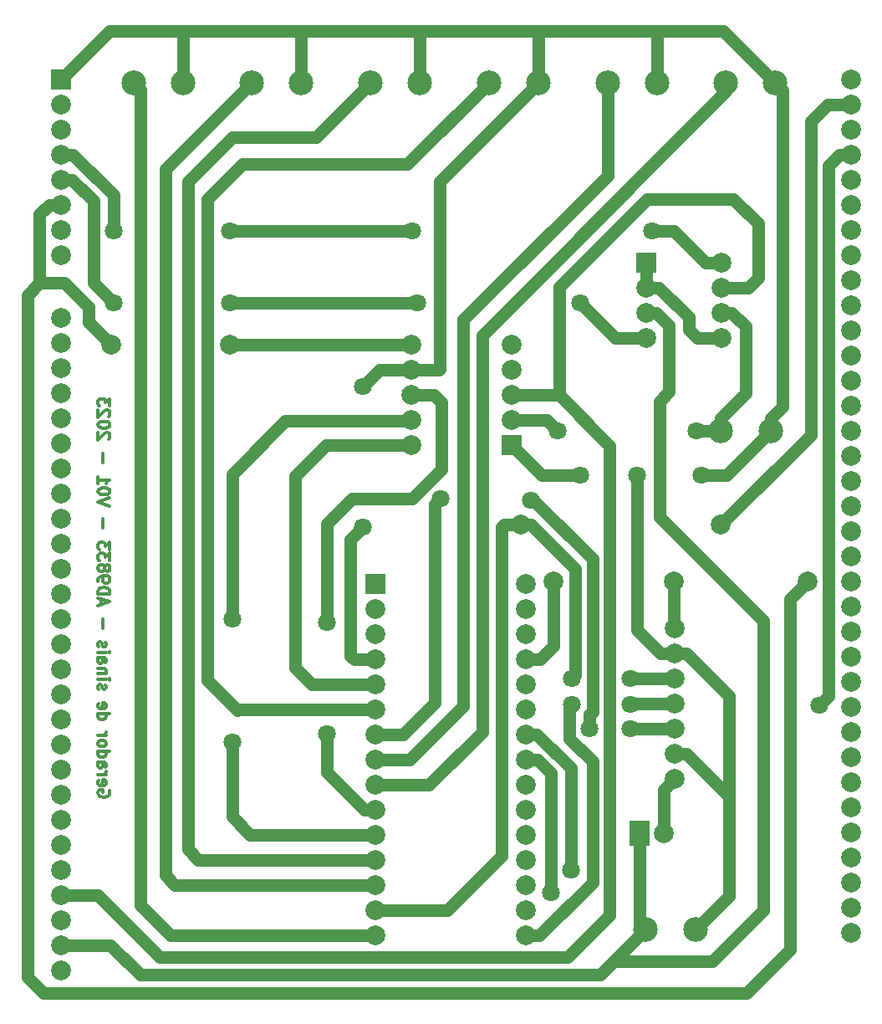
<source format=gbr>
%TF.GenerationSoftware,KiCad,Pcbnew,7.0.6-7.0.6~ubuntu22.04.1*%
%TF.CreationDate,2023-07-19T15:48:20-03:00*%
%TF.ProjectId,Gerador_sinais_AD9833,47657261-646f-4725-9f73-696e6169735f,v01*%
%TF.SameCoordinates,Original*%
%TF.FileFunction,Copper,L2,Bot*%
%TF.FilePolarity,Positive*%
%FSLAX46Y46*%
G04 Gerber Fmt 4.6, Leading zero omitted, Abs format (unit mm)*
G04 Created by KiCad (PCBNEW 7.0.6-7.0.6~ubuntu22.04.1) date 2023-07-19 15:48:20*
%MOMM*%
%LPD*%
G01*
G04 APERTURE LIST*
%ADD10C,0.300000*%
%TA.AperFunction,NonConductor*%
%ADD11C,0.300000*%
%TD*%
%TA.AperFunction,ComponentPad*%
%ADD12C,2.000000*%
%TD*%
%TA.AperFunction,ComponentPad*%
%ADD13R,2.000000X2.000000*%
%TD*%
%TA.AperFunction,ComponentPad*%
%ADD14C,2.500000*%
%TD*%
%TA.AperFunction,ComponentPad*%
%ADD15R,2.000000X2.500000*%
%TD*%
%TA.AperFunction,ViaPad*%
%ADD16C,1.800000*%
%TD*%
%TA.AperFunction,ViaPad*%
%ADD17C,2.000000*%
%TD*%
%TA.AperFunction,Conductor*%
%ADD18C,1.270000*%
%TD*%
G04 APERTURE END LIST*
D10*
D11*
X111555314Y-129138346D02*
X111612457Y-129252632D01*
X111612457Y-129252632D02*
X111612457Y-129424060D01*
X111612457Y-129424060D02*
X111555314Y-129595489D01*
X111555314Y-129595489D02*
X111441028Y-129709774D01*
X111441028Y-129709774D02*
X111326742Y-129766917D01*
X111326742Y-129766917D02*
X111098171Y-129824060D01*
X111098171Y-129824060D02*
X110926742Y-129824060D01*
X110926742Y-129824060D02*
X110698171Y-129766917D01*
X110698171Y-129766917D02*
X110583885Y-129709774D01*
X110583885Y-129709774D02*
X110469600Y-129595489D01*
X110469600Y-129595489D02*
X110412457Y-129424060D01*
X110412457Y-129424060D02*
X110412457Y-129309774D01*
X110412457Y-129309774D02*
X110469600Y-129138346D01*
X110469600Y-129138346D02*
X110526742Y-129081203D01*
X110526742Y-129081203D02*
X110926742Y-129081203D01*
X110926742Y-129081203D02*
X110926742Y-129309774D01*
X110469600Y-128109774D02*
X110412457Y-128224060D01*
X110412457Y-128224060D02*
X110412457Y-128452632D01*
X110412457Y-128452632D02*
X110469600Y-128566917D01*
X110469600Y-128566917D02*
X110583885Y-128624060D01*
X110583885Y-128624060D02*
X111041028Y-128624060D01*
X111041028Y-128624060D02*
X111155314Y-128566917D01*
X111155314Y-128566917D02*
X111212457Y-128452632D01*
X111212457Y-128452632D02*
X111212457Y-128224060D01*
X111212457Y-128224060D02*
X111155314Y-128109774D01*
X111155314Y-128109774D02*
X111041028Y-128052632D01*
X111041028Y-128052632D02*
X110926742Y-128052632D01*
X110926742Y-128052632D02*
X110812457Y-128624060D01*
X110412457Y-127538346D02*
X111212457Y-127538346D01*
X110983885Y-127538346D02*
X111098171Y-127481203D01*
X111098171Y-127481203D02*
X111155314Y-127424061D01*
X111155314Y-127424061D02*
X111212457Y-127309775D01*
X111212457Y-127309775D02*
X111212457Y-127195489D01*
X110412457Y-126281204D02*
X111041028Y-126281204D01*
X111041028Y-126281204D02*
X111155314Y-126338346D01*
X111155314Y-126338346D02*
X111212457Y-126452632D01*
X111212457Y-126452632D02*
X111212457Y-126681204D01*
X111212457Y-126681204D02*
X111155314Y-126795489D01*
X110469600Y-126281204D02*
X110412457Y-126395489D01*
X110412457Y-126395489D02*
X110412457Y-126681204D01*
X110412457Y-126681204D02*
X110469600Y-126795489D01*
X110469600Y-126795489D02*
X110583885Y-126852632D01*
X110583885Y-126852632D02*
X110698171Y-126852632D01*
X110698171Y-126852632D02*
X110812457Y-126795489D01*
X110812457Y-126795489D02*
X110869600Y-126681204D01*
X110869600Y-126681204D02*
X110869600Y-126395489D01*
X110869600Y-126395489D02*
X110926742Y-126281204D01*
X110412457Y-125195490D02*
X111612457Y-125195490D01*
X110469600Y-125195490D02*
X110412457Y-125309775D01*
X110412457Y-125309775D02*
X110412457Y-125538347D01*
X110412457Y-125538347D02*
X110469600Y-125652632D01*
X110469600Y-125652632D02*
X110526742Y-125709775D01*
X110526742Y-125709775D02*
X110641028Y-125766918D01*
X110641028Y-125766918D02*
X110983885Y-125766918D01*
X110983885Y-125766918D02*
X111098171Y-125709775D01*
X111098171Y-125709775D02*
X111155314Y-125652632D01*
X111155314Y-125652632D02*
X111212457Y-125538347D01*
X111212457Y-125538347D02*
X111212457Y-125309775D01*
X111212457Y-125309775D02*
X111155314Y-125195490D01*
X110412457Y-124452633D02*
X110469600Y-124566918D01*
X110469600Y-124566918D02*
X110526742Y-124624061D01*
X110526742Y-124624061D02*
X110641028Y-124681204D01*
X110641028Y-124681204D02*
X110983885Y-124681204D01*
X110983885Y-124681204D02*
X111098171Y-124624061D01*
X111098171Y-124624061D02*
X111155314Y-124566918D01*
X111155314Y-124566918D02*
X111212457Y-124452633D01*
X111212457Y-124452633D02*
X111212457Y-124281204D01*
X111212457Y-124281204D02*
X111155314Y-124166918D01*
X111155314Y-124166918D02*
X111098171Y-124109776D01*
X111098171Y-124109776D02*
X110983885Y-124052633D01*
X110983885Y-124052633D02*
X110641028Y-124052633D01*
X110641028Y-124052633D02*
X110526742Y-124109776D01*
X110526742Y-124109776D02*
X110469600Y-124166918D01*
X110469600Y-124166918D02*
X110412457Y-124281204D01*
X110412457Y-124281204D02*
X110412457Y-124452633D01*
X110412457Y-123538347D02*
X111212457Y-123538347D01*
X110983885Y-123538347D02*
X111098171Y-123481204D01*
X111098171Y-123481204D02*
X111155314Y-123424062D01*
X111155314Y-123424062D02*
X111212457Y-123309776D01*
X111212457Y-123309776D02*
X111212457Y-123195490D01*
X110412457Y-121366919D02*
X111612457Y-121366919D01*
X110469600Y-121366919D02*
X110412457Y-121481204D01*
X110412457Y-121481204D02*
X110412457Y-121709776D01*
X110412457Y-121709776D02*
X110469600Y-121824061D01*
X110469600Y-121824061D02*
X110526742Y-121881204D01*
X110526742Y-121881204D02*
X110641028Y-121938347D01*
X110641028Y-121938347D02*
X110983885Y-121938347D01*
X110983885Y-121938347D02*
X111098171Y-121881204D01*
X111098171Y-121881204D02*
X111155314Y-121824061D01*
X111155314Y-121824061D02*
X111212457Y-121709776D01*
X111212457Y-121709776D02*
X111212457Y-121481204D01*
X111212457Y-121481204D02*
X111155314Y-121366919D01*
X110469600Y-120338347D02*
X110412457Y-120452633D01*
X110412457Y-120452633D02*
X110412457Y-120681205D01*
X110412457Y-120681205D02*
X110469600Y-120795490D01*
X110469600Y-120795490D02*
X110583885Y-120852633D01*
X110583885Y-120852633D02*
X111041028Y-120852633D01*
X111041028Y-120852633D02*
X111155314Y-120795490D01*
X111155314Y-120795490D02*
X111212457Y-120681205D01*
X111212457Y-120681205D02*
X111212457Y-120452633D01*
X111212457Y-120452633D02*
X111155314Y-120338347D01*
X111155314Y-120338347D02*
X111041028Y-120281205D01*
X111041028Y-120281205D02*
X110926742Y-120281205D01*
X110926742Y-120281205D02*
X110812457Y-120852633D01*
X110469600Y-118909776D02*
X110412457Y-118795490D01*
X110412457Y-118795490D02*
X110412457Y-118566919D01*
X110412457Y-118566919D02*
X110469600Y-118452633D01*
X110469600Y-118452633D02*
X110583885Y-118395490D01*
X110583885Y-118395490D02*
X110641028Y-118395490D01*
X110641028Y-118395490D02*
X110755314Y-118452633D01*
X110755314Y-118452633D02*
X110812457Y-118566919D01*
X110812457Y-118566919D02*
X110812457Y-118738348D01*
X110812457Y-118738348D02*
X110869600Y-118852633D01*
X110869600Y-118852633D02*
X110983885Y-118909776D01*
X110983885Y-118909776D02*
X111041028Y-118909776D01*
X111041028Y-118909776D02*
X111155314Y-118852633D01*
X111155314Y-118852633D02*
X111212457Y-118738348D01*
X111212457Y-118738348D02*
X111212457Y-118566919D01*
X111212457Y-118566919D02*
X111155314Y-118452633D01*
X110412457Y-117881204D02*
X111212457Y-117881204D01*
X111612457Y-117881204D02*
X111555314Y-117938347D01*
X111555314Y-117938347D02*
X111498171Y-117881204D01*
X111498171Y-117881204D02*
X111555314Y-117824061D01*
X111555314Y-117824061D02*
X111612457Y-117881204D01*
X111612457Y-117881204D02*
X111498171Y-117881204D01*
X111212457Y-117309775D02*
X110412457Y-117309775D01*
X111098171Y-117309775D02*
X111155314Y-117252632D01*
X111155314Y-117252632D02*
X111212457Y-117138347D01*
X111212457Y-117138347D02*
X111212457Y-116966918D01*
X111212457Y-116966918D02*
X111155314Y-116852632D01*
X111155314Y-116852632D02*
X111041028Y-116795490D01*
X111041028Y-116795490D02*
X110412457Y-116795490D01*
X110412457Y-115709776D02*
X111041028Y-115709776D01*
X111041028Y-115709776D02*
X111155314Y-115766918D01*
X111155314Y-115766918D02*
X111212457Y-115881204D01*
X111212457Y-115881204D02*
X111212457Y-116109776D01*
X111212457Y-116109776D02*
X111155314Y-116224061D01*
X110469600Y-115709776D02*
X110412457Y-115824061D01*
X110412457Y-115824061D02*
X110412457Y-116109776D01*
X110412457Y-116109776D02*
X110469600Y-116224061D01*
X110469600Y-116224061D02*
X110583885Y-116281204D01*
X110583885Y-116281204D02*
X110698171Y-116281204D01*
X110698171Y-116281204D02*
X110812457Y-116224061D01*
X110812457Y-116224061D02*
X110869600Y-116109776D01*
X110869600Y-116109776D02*
X110869600Y-115824061D01*
X110869600Y-115824061D02*
X110926742Y-115709776D01*
X110412457Y-115138347D02*
X111212457Y-115138347D01*
X111612457Y-115138347D02*
X111555314Y-115195490D01*
X111555314Y-115195490D02*
X111498171Y-115138347D01*
X111498171Y-115138347D02*
X111555314Y-115081204D01*
X111555314Y-115081204D02*
X111612457Y-115138347D01*
X111612457Y-115138347D02*
X111498171Y-115138347D01*
X110469600Y-114624061D02*
X110412457Y-114509775D01*
X110412457Y-114509775D02*
X110412457Y-114281204D01*
X110412457Y-114281204D02*
X110469600Y-114166918D01*
X110469600Y-114166918D02*
X110583885Y-114109775D01*
X110583885Y-114109775D02*
X110641028Y-114109775D01*
X110641028Y-114109775D02*
X110755314Y-114166918D01*
X110755314Y-114166918D02*
X110812457Y-114281204D01*
X110812457Y-114281204D02*
X110812457Y-114452633D01*
X110812457Y-114452633D02*
X110869600Y-114566918D01*
X110869600Y-114566918D02*
X110983885Y-114624061D01*
X110983885Y-114624061D02*
X111041028Y-114624061D01*
X111041028Y-114624061D02*
X111155314Y-114566918D01*
X111155314Y-114566918D02*
X111212457Y-114452633D01*
X111212457Y-114452633D02*
X111212457Y-114281204D01*
X111212457Y-114281204D02*
X111155314Y-114166918D01*
X110869600Y-112681203D02*
X110869600Y-111766918D01*
X110755314Y-110338346D02*
X110755314Y-109766918D01*
X110412457Y-110452632D02*
X111612457Y-110052632D01*
X111612457Y-110052632D02*
X110412457Y-109652632D01*
X110412457Y-109252632D02*
X111612457Y-109252632D01*
X111612457Y-109252632D02*
X111612457Y-108966918D01*
X111612457Y-108966918D02*
X111555314Y-108795489D01*
X111555314Y-108795489D02*
X111441028Y-108681204D01*
X111441028Y-108681204D02*
X111326742Y-108624061D01*
X111326742Y-108624061D02*
X111098171Y-108566918D01*
X111098171Y-108566918D02*
X110926742Y-108566918D01*
X110926742Y-108566918D02*
X110698171Y-108624061D01*
X110698171Y-108624061D02*
X110583885Y-108681204D01*
X110583885Y-108681204D02*
X110469600Y-108795489D01*
X110469600Y-108795489D02*
X110412457Y-108966918D01*
X110412457Y-108966918D02*
X110412457Y-109252632D01*
X110412457Y-107995489D02*
X110412457Y-107766918D01*
X110412457Y-107766918D02*
X110469600Y-107652632D01*
X110469600Y-107652632D02*
X110526742Y-107595489D01*
X110526742Y-107595489D02*
X110698171Y-107481204D01*
X110698171Y-107481204D02*
X110926742Y-107424061D01*
X110926742Y-107424061D02*
X111383885Y-107424061D01*
X111383885Y-107424061D02*
X111498171Y-107481204D01*
X111498171Y-107481204D02*
X111555314Y-107538347D01*
X111555314Y-107538347D02*
X111612457Y-107652632D01*
X111612457Y-107652632D02*
X111612457Y-107881204D01*
X111612457Y-107881204D02*
X111555314Y-107995489D01*
X111555314Y-107995489D02*
X111498171Y-108052632D01*
X111498171Y-108052632D02*
X111383885Y-108109775D01*
X111383885Y-108109775D02*
X111098171Y-108109775D01*
X111098171Y-108109775D02*
X110983885Y-108052632D01*
X110983885Y-108052632D02*
X110926742Y-107995489D01*
X110926742Y-107995489D02*
X110869600Y-107881204D01*
X110869600Y-107881204D02*
X110869600Y-107652632D01*
X110869600Y-107652632D02*
X110926742Y-107538347D01*
X110926742Y-107538347D02*
X110983885Y-107481204D01*
X110983885Y-107481204D02*
X111098171Y-107424061D01*
X111098171Y-106738347D02*
X111155314Y-106852632D01*
X111155314Y-106852632D02*
X111212457Y-106909775D01*
X111212457Y-106909775D02*
X111326742Y-106966918D01*
X111326742Y-106966918D02*
X111383885Y-106966918D01*
X111383885Y-106966918D02*
X111498171Y-106909775D01*
X111498171Y-106909775D02*
X111555314Y-106852632D01*
X111555314Y-106852632D02*
X111612457Y-106738347D01*
X111612457Y-106738347D02*
X111612457Y-106509775D01*
X111612457Y-106509775D02*
X111555314Y-106395490D01*
X111555314Y-106395490D02*
X111498171Y-106338347D01*
X111498171Y-106338347D02*
X111383885Y-106281204D01*
X111383885Y-106281204D02*
X111326742Y-106281204D01*
X111326742Y-106281204D02*
X111212457Y-106338347D01*
X111212457Y-106338347D02*
X111155314Y-106395490D01*
X111155314Y-106395490D02*
X111098171Y-106509775D01*
X111098171Y-106509775D02*
X111098171Y-106738347D01*
X111098171Y-106738347D02*
X111041028Y-106852632D01*
X111041028Y-106852632D02*
X110983885Y-106909775D01*
X110983885Y-106909775D02*
X110869600Y-106966918D01*
X110869600Y-106966918D02*
X110641028Y-106966918D01*
X110641028Y-106966918D02*
X110526742Y-106909775D01*
X110526742Y-106909775D02*
X110469600Y-106852632D01*
X110469600Y-106852632D02*
X110412457Y-106738347D01*
X110412457Y-106738347D02*
X110412457Y-106509775D01*
X110412457Y-106509775D02*
X110469600Y-106395490D01*
X110469600Y-106395490D02*
X110526742Y-106338347D01*
X110526742Y-106338347D02*
X110641028Y-106281204D01*
X110641028Y-106281204D02*
X110869600Y-106281204D01*
X110869600Y-106281204D02*
X110983885Y-106338347D01*
X110983885Y-106338347D02*
X111041028Y-106395490D01*
X111041028Y-106395490D02*
X111098171Y-106509775D01*
X111612457Y-105881204D02*
X111612457Y-105138347D01*
X111612457Y-105138347D02*
X111155314Y-105538347D01*
X111155314Y-105538347D02*
X111155314Y-105366918D01*
X111155314Y-105366918D02*
X111098171Y-105252633D01*
X111098171Y-105252633D02*
X111041028Y-105195490D01*
X111041028Y-105195490D02*
X110926742Y-105138347D01*
X110926742Y-105138347D02*
X110641028Y-105138347D01*
X110641028Y-105138347D02*
X110526742Y-105195490D01*
X110526742Y-105195490D02*
X110469600Y-105252633D01*
X110469600Y-105252633D02*
X110412457Y-105366918D01*
X110412457Y-105366918D02*
X110412457Y-105709775D01*
X110412457Y-105709775D02*
X110469600Y-105824061D01*
X110469600Y-105824061D02*
X110526742Y-105881204D01*
X111612457Y-104738347D02*
X111612457Y-103995490D01*
X111612457Y-103995490D02*
X111155314Y-104395490D01*
X111155314Y-104395490D02*
X111155314Y-104224061D01*
X111155314Y-104224061D02*
X111098171Y-104109776D01*
X111098171Y-104109776D02*
X111041028Y-104052633D01*
X111041028Y-104052633D02*
X110926742Y-103995490D01*
X110926742Y-103995490D02*
X110641028Y-103995490D01*
X110641028Y-103995490D02*
X110526742Y-104052633D01*
X110526742Y-104052633D02*
X110469600Y-104109776D01*
X110469600Y-104109776D02*
X110412457Y-104224061D01*
X110412457Y-104224061D02*
X110412457Y-104566918D01*
X110412457Y-104566918D02*
X110469600Y-104681204D01*
X110469600Y-104681204D02*
X110526742Y-104738347D01*
X110869600Y-102566918D02*
X110869600Y-101652633D01*
X111612457Y-100338347D02*
X110412457Y-99938347D01*
X110412457Y-99938347D02*
X111612457Y-99538347D01*
X111612457Y-98909776D02*
X111612457Y-98795490D01*
X111612457Y-98795490D02*
X111555314Y-98681204D01*
X111555314Y-98681204D02*
X111498171Y-98624062D01*
X111498171Y-98624062D02*
X111383885Y-98566919D01*
X111383885Y-98566919D02*
X111155314Y-98509776D01*
X111155314Y-98509776D02*
X110869600Y-98509776D01*
X110869600Y-98509776D02*
X110641028Y-98566919D01*
X110641028Y-98566919D02*
X110526742Y-98624062D01*
X110526742Y-98624062D02*
X110469600Y-98681204D01*
X110469600Y-98681204D02*
X110412457Y-98795490D01*
X110412457Y-98795490D02*
X110412457Y-98909776D01*
X110412457Y-98909776D02*
X110469600Y-99024062D01*
X110469600Y-99024062D02*
X110526742Y-99081204D01*
X110526742Y-99081204D02*
X110641028Y-99138347D01*
X110641028Y-99138347D02*
X110869600Y-99195490D01*
X110869600Y-99195490D02*
X111155314Y-99195490D01*
X111155314Y-99195490D02*
X111383885Y-99138347D01*
X111383885Y-99138347D02*
X111498171Y-99081204D01*
X111498171Y-99081204D02*
X111555314Y-99024062D01*
X111555314Y-99024062D02*
X111612457Y-98909776D01*
X110412457Y-97366919D02*
X110412457Y-98052633D01*
X110412457Y-97709776D02*
X111612457Y-97709776D01*
X111612457Y-97709776D02*
X111441028Y-97824062D01*
X111441028Y-97824062D02*
X111326742Y-97938347D01*
X111326742Y-97938347D02*
X111269600Y-98052633D01*
X110869600Y-95938347D02*
X110869600Y-95024062D01*
X111498171Y-93595490D02*
X111555314Y-93538347D01*
X111555314Y-93538347D02*
X111612457Y-93424062D01*
X111612457Y-93424062D02*
X111612457Y-93138347D01*
X111612457Y-93138347D02*
X111555314Y-93024062D01*
X111555314Y-93024062D02*
X111498171Y-92966919D01*
X111498171Y-92966919D02*
X111383885Y-92909776D01*
X111383885Y-92909776D02*
X111269600Y-92909776D01*
X111269600Y-92909776D02*
X111098171Y-92966919D01*
X111098171Y-92966919D02*
X110412457Y-93652633D01*
X110412457Y-93652633D02*
X110412457Y-92909776D01*
X111612457Y-92166919D02*
X111612457Y-92052633D01*
X111612457Y-92052633D02*
X111555314Y-91938347D01*
X111555314Y-91938347D02*
X111498171Y-91881205D01*
X111498171Y-91881205D02*
X111383885Y-91824062D01*
X111383885Y-91824062D02*
X111155314Y-91766919D01*
X111155314Y-91766919D02*
X110869600Y-91766919D01*
X110869600Y-91766919D02*
X110641028Y-91824062D01*
X110641028Y-91824062D02*
X110526742Y-91881205D01*
X110526742Y-91881205D02*
X110469600Y-91938347D01*
X110469600Y-91938347D02*
X110412457Y-92052633D01*
X110412457Y-92052633D02*
X110412457Y-92166919D01*
X110412457Y-92166919D02*
X110469600Y-92281205D01*
X110469600Y-92281205D02*
X110526742Y-92338347D01*
X110526742Y-92338347D02*
X110641028Y-92395490D01*
X110641028Y-92395490D02*
X110869600Y-92452633D01*
X110869600Y-92452633D02*
X111155314Y-92452633D01*
X111155314Y-92452633D02*
X111383885Y-92395490D01*
X111383885Y-92395490D02*
X111498171Y-92338347D01*
X111498171Y-92338347D02*
X111555314Y-92281205D01*
X111555314Y-92281205D02*
X111612457Y-92166919D01*
X111498171Y-91309776D02*
X111555314Y-91252633D01*
X111555314Y-91252633D02*
X111612457Y-91138348D01*
X111612457Y-91138348D02*
X111612457Y-90852633D01*
X111612457Y-90852633D02*
X111555314Y-90738348D01*
X111555314Y-90738348D02*
X111498171Y-90681205D01*
X111498171Y-90681205D02*
X111383885Y-90624062D01*
X111383885Y-90624062D02*
X111269600Y-90624062D01*
X111269600Y-90624062D02*
X111098171Y-90681205D01*
X111098171Y-90681205D02*
X110412457Y-91366919D01*
X110412457Y-91366919D02*
X110412457Y-90624062D01*
X111612457Y-90224062D02*
X111612457Y-89481205D01*
X111612457Y-89481205D02*
X111155314Y-89881205D01*
X111155314Y-89881205D02*
X111155314Y-89709776D01*
X111155314Y-89709776D02*
X111098171Y-89595491D01*
X111098171Y-89595491D02*
X111041028Y-89538348D01*
X111041028Y-89538348D02*
X110926742Y-89481205D01*
X110926742Y-89481205D02*
X110641028Y-89481205D01*
X110641028Y-89481205D02*
X110526742Y-89538348D01*
X110526742Y-89538348D02*
X110469600Y-89595491D01*
X110469600Y-89595491D02*
X110412457Y-89709776D01*
X110412457Y-89709776D02*
X110412457Y-90052633D01*
X110412457Y-90052633D02*
X110469600Y-90166919D01*
X110469600Y-90166919D02*
X110526742Y-90224062D01*
D12*
%TO.P,U2,1,VCC*%
%TO.N,+5V*%
X142120000Y-84020000D03*
%TO.P,U2,2,GND*%
%TO.N,Earth*%
X142120000Y-86560000D03*
%TO.P,U2,3,INC*%
%TO.N,X9c10x_INC*%
X142120000Y-89100000D03*
%TO.P,U2,4,U/D*%
%TO.N,X9c10x_U{slash}D*%
X142120000Y-91640000D03*
%TO.P,U2,5,CS*%
%TO.N,CS (X9c104)*%
X142120000Y-94180000D03*
D13*
%TO.P,U2,6,GND*%
%TO.N,Earth*%
X152280000Y-94180000D03*
D12*
%TO.P,U2,7,RL*%
%TO.N,Net-(U1--IN2)*%
X152280000Y-91640000D03*
%TO.P,U2,8,RW*%
%TO.N,Out_circuito*%
X152280000Y-89100000D03*
%TO.P,U2,9,RH*%
%TO.N,unconnected-(U2-RH-Pad9)*%
X152280000Y-86560000D03*
%TO.P,U2,10,VCC*%
%TO.N,unconnected-(U2-VCC-Pad10)*%
X152280000Y-84020000D03*
%TD*%
D14*
%TO.P,SW3,1,1*%
%TO.N,freq-*%
X126000000Y-57500000D03*
%TO.P,SW3,2,2*%
%TO.N,Earth*%
X131000000Y-57500000D03*
%TD*%
D12*
%TO.P,C1,1*%
%TO.N,Out_ad9833*%
X167750000Y-133500000D03*
D15*
%TO.P,C1,2*%
%TO.N,Passa_alta*%
X165250000Y-133500000D03*
%TD*%
D13*
%TO.P,A1,1,D1/TX*%
%TO.N,unconnected-(A1-D1{slash}TX-Pad1)*%
X138500000Y-108230000D03*
D12*
%TO.P,A1,2,D0/RX*%
%TO.N,unconnected-(A1-D0{slash}RX-Pad2)*%
X138500000Y-110770000D03*
%TO.P,A1,3,~{RESET}*%
%TO.N,unconnected-(A1-~{RESET}-Pad3)*%
X138500000Y-113310000D03*
%TO.P,A1,4,GND*%
%TO.N,Earth*%
X138500000Y-115850000D03*
%TO.P,A1,5,D2*%
%TO.N,CS (X9c104)*%
X138500000Y-118390000D03*
%TO.P,A1,6,D3*%
%TO.N,storage_R*%
X138500000Y-120930000D03*
%TO.P,A1,7,D4*%
%TO.N,CS (AD9833)*%
X138500000Y-123470000D03*
%TO.P,A1,8,D5*%
%TO.N,Up_pot*%
X138500000Y-126010000D03*
%TO.P,A1,9,D6*%
%TO.N,Down_pot*%
X138500000Y-128550000D03*
%TO.P,A1,10,D7*%
%TO.N,X9c10x_INC*%
X138500000Y-131090000D03*
%TO.P,A1,11,D8*%
%TO.N,X9c10x_U{slash}D*%
X138500000Y-133630000D03*
%TO.P,A1,12,D9*%
%TO.N,freq+*%
X138500000Y-136170000D03*
%TO.P,A1,13,D10*%
%TO.N,freq-*%
X138500000Y-138710000D03*
%TO.P,A1,14,D11*%
%TO.N,SPI_COPI*%
X138500000Y-141250000D03*
%TO.P,A1,15,D12*%
%TO.N,S_wave*%
X138500000Y-143790000D03*
%TO.P,A1,16,D13*%
%TO.N,SPI_clk*%
X153740000Y-143790000D03*
%TO.P,A1,17,3V3*%
%TO.N,unconnected-(A1-3V3-Pad17)*%
X153740000Y-141250000D03*
%TO.P,A1,18,AREF*%
%TO.N,unconnected-(A1-AREF-Pad18)*%
X153740000Y-138710000D03*
%TO.P,A1,19,A0*%
%TO.N,unconnected-(A1-A0-Pad19)*%
X153740000Y-136170000D03*
%TO.P,A1,20,A1*%
%TO.N,unconnected-(A1-A1-Pad20)*%
X153740000Y-133630000D03*
%TO.P,A1,21,A2*%
%TO.N,unconnected-(A1-A2-Pad21)*%
X153740000Y-131090000D03*
%TO.P,A1,22,A3*%
%TO.N,unconnected-(A1-A3-Pad22)*%
X153740000Y-128550000D03*
%TO.P,A1,23,A4*%
%TO.N,SDA1*%
X153740000Y-126010000D03*
%TO.P,A1,24,A5*%
%TO.N,SCL1*%
X153740000Y-123470000D03*
%TO.P,A1,25,A6*%
%TO.N,unconnected-(A1-A6-Pad25)*%
X153740000Y-120930000D03*
%TO.P,A1,26,A7*%
%TO.N,unconnected-(A1-A7-Pad26)*%
X153740000Y-118390000D03*
%TO.P,A1,27,+5V*%
%TO.N,+5V*%
X153740000Y-115850000D03*
%TO.P,A1,28,~{RESET}*%
%TO.N,unconnected-(A1-~{RESET}-Pad28)*%
X153740000Y-113310000D03*
%TO.P,A1,29,GND*%
%TO.N,unconnected-(A1-GND-Pad29)*%
X153740000Y-110770000D03*
%TO.P,A1,30,VIN*%
%TO.N,unconnected-(A1-VIN-Pad30)*%
X153740000Y-108230000D03*
%TD*%
D13*
%TO.P,U1,1,OUT1*%
%TO.N,out_buffer*%
X165900000Y-75700000D03*
D12*
%TO.P,U1,2,-IN1*%
X165900000Y-78240000D03*
%TO.P,U1,3,+IN1*%
%TO.N,Passa_alta*%
X165900000Y-80780000D03*
%TO.P,U1,4,V-*%
%TO.N,-9V*%
X165900000Y-83320000D03*
%TO.P,U1,5,+IN2*%
%TO.N,out_buffer*%
X173520000Y-83320000D03*
%TO.P,U1,6,-IN2*%
%TO.N,Net-(U1--IN2)*%
X173520000Y-80780000D03*
%TO.P,U1,7,OUT2*%
%TO.N,Out_circuito*%
X173520000Y-78240000D03*
%TO.P,U1,8,V+*%
%TO.N,+9V*%
X173520000Y-75700000D03*
%TD*%
D14*
%TO.P,SW4,1,1*%
%TO.N,storage_R*%
X150000000Y-57500000D03*
%TO.P,SW4,2,2*%
%TO.N,Earth*%
X155000000Y-57500000D03*
%TD*%
D12*
%TO.P,J4,1,Pin_1*%
%TO.N,SINC*%
X186690000Y-57150000D03*
%TO.P,J4,2,Pin_2*%
%TO.N,SPI_COPI*%
X186690000Y-59690000D03*
%TO.P,J4,3,Pin_3*%
%TO.N,SPI_CIPO*%
X186690000Y-62230000D03*
%TO.P,J4,4,Pin_4*%
%TO.N,SPI_clk*%
X186690000Y-64770000D03*
%TO.P,J4,5,Pin_5*%
%TO.N,CS (0)*%
X186690000Y-67310000D03*
%TO.P,J4,6,Pin_6*%
%TO.N,CS (1)*%
X186690000Y-69850000D03*
%TO.P,J4,7,Pin_7*%
%TO.N,unconnected-(J4-Pin_7-Pad7)*%
X186690000Y-72390000D03*
%TO.P,J4,8,Pin_8*%
%TO.N,unconnected-(J4-Pin_8-Pad8)*%
X186690000Y-74930000D03*
%TO.P,J4,9,Pin_9*%
%TO.N,unconnected-(J4-Pin_9-Pad9)*%
X186690000Y-77470000D03*
%TO.P,J4,10,Pin_10*%
%TO.N,unconnected-(J4-Pin_10-Pad10)*%
X186690000Y-80010000D03*
%TO.P,J4,11,Pin_11*%
%TO.N,unconnected-(J4-Pin_11-Pad11)*%
X186690000Y-82550000D03*
%TO.P,J4,12,Pin_12*%
%TO.N,unconnected-(J4-Pin_12-Pad12)*%
X186690000Y-85090000D03*
%TO.P,J4,13,Pin_13*%
%TO.N,unconnected-(J4-Pin_13-Pad13)*%
X186690000Y-87630000D03*
%TO.P,J4,14,Pin_14*%
%TO.N,unconnected-(J4-Pin_14-Pad14)*%
X186690000Y-90170000D03*
%TO.P,J4,15,Pin_15*%
%TO.N,unconnected-(J4-Pin_15-Pad15)*%
X186690000Y-92710000D03*
%TO.P,J4,16,Pin_16*%
%TO.N,unconnected-(J4-Pin_16-Pad16)*%
X186690000Y-95250000D03*
%TO.P,J4,17,Pin_17*%
%TO.N,unconnected-(J4-Pin_17-Pad17)*%
X186690000Y-97790000D03*
%TO.P,J4,18,Pin_18*%
%TO.N,unconnected-(J4-Pin_18-Pad18)*%
X186690000Y-100330000D03*
%TO.P,J4,19,Pin_19*%
%TO.N,unconnected-(J4-Pin_19-Pad19)*%
X186690000Y-102870000D03*
%TO.P,J4,20,Pin_20*%
%TO.N,unconnected-(J4-Pin_20-Pad20)*%
X186690000Y-105410000D03*
%TO.P,J4,21,Pin_21*%
%TO.N,unconnected-(J4-Pin_21-Pad21)*%
X186690000Y-107950000D03*
%TO.P,J4,22,Pin_22*%
%TO.N,unconnected-(J4-Pin_22-Pad22)*%
X186690000Y-110490000D03*
%TO.P,J4,23,Pin_23*%
%TO.N,unconnected-(J4-Pin_23-Pad23)*%
X186690000Y-113030000D03*
%TO.P,J4,24,Pin_24*%
%TO.N,unconnected-(J4-Pin_24-Pad24)*%
X186690000Y-115570000D03*
%TO.P,J4,25,Pin_25*%
%TO.N,unconnected-(J4-Pin_25-Pad25)*%
X186690000Y-118110000D03*
%TO.P,J4,26,Pin_26*%
%TO.N,unconnected-(J4-Pin_26-Pad26)*%
X186690000Y-120650000D03*
%TO.P,J4,27,Pin_27*%
%TO.N,unconnected-(J4-Pin_27-Pad27)*%
X186690000Y-123190000D03*
%TO.P,J4,28,Pin_28*%
%TO.N,unconnected-(J4-Pin_28-Pad28)*%
X186690000Y-125730000D03*
%TO.P,J4,29,Pin_29*%
%TO.N,unconnected-(J4-Pin_29-Pad29)*%
X186690000Y-128270000D03*
%TO.P,J4,30,Pin_30*%
%TO.N,SCL3*%
X186690000Y-130810000D03*
%TO.P,J4,31,Pin_31*%
%TO.N,SDA3*%
X186690000Y-133350000D03*
%TO.P,J4,32,Pin_32*%
%TO.N,SCL2*%
X186690000Y-135890000D03*
%TO.P,J4,33,Pin_33*%
%TO.N,SDA2*%
X186690000Y-138430000D03*
%TO.P,J4,34,Pin_34*%
%TO.N,SCL1*%
X186690000Y-140970000D03*
%TO.P,J4,35,Pin_35*%
%TO.N,SDA1*%
X186690000Y-143510000D03*
%TD*%
D14*
%TO.P,SW6,1,1*%
%TO.N,Down_pot*%
X174000000Y-57500000D03*
%TO.P,SW6,2,2*%
%TO.N,Earth*%
X179000000Y-57500000D03*
%TD*%
%TO.P,R2,1*%
%TO.N,Earth*%
X178540000Y-92750000D03*
%TO.P,R2,2*%
%TO.N,Net-(U1--IN2)*%
X173460000Y-92750000D03*
%TD*%
D13*
%TO.P,J1,1,Pin_1*%
%TO.N,Earth*%
X106680000Y-57150000D03*
D12*
%TO.P,J1,2,Pin_2*%
%TO.N,+12V*%
X106680000Y-59690000D03*
%TO.P,J1,3,Pin_3*%
%TO.N,-12V*%
X106680000Y-62230000D03*
%TO.P,J1,4,Pin_4*%
%TO.N,+9V*%
X106680000Y-64770000D03*
%TO.P,J1,5,Pin_5*%
%TO.N,-9V*%
X106680000Y-67310000D03*
%TO.P,J1,6,Pin_6*%
%TO.N,+5V*%
X106680000Y-69850000D03*
%TO.P,J1,7,Pin_7*%
%TO.N,-5V*%
X106680000Y-72390000D03*
%TO.P,J1,8,Pin_8*%
%TO.N,+3.3V*%
X106680000Y-74930000D03*
%TD*%
%TO.P,J3,1,Pin_1*%
%TO.N,unconnected-(J3-Pin_1-Pad1)*%
X106680000Y-81280000D03*
%TO.P,J3,2,Pin_2*%
%TO.N,unconnected-(J3-Pin_2-Pad2)*%
X106680000Y-83820000D03*
%TO.P,J3,3,Pin_3*%
%TO.N,unconnected-(J3-Pin_3-Pad3)*%
X106680000Y-86360000D03*
%TO.P,J3,4,Pin_4*%
%TO.N,unconnected-(J3-Pin_4-Pad4)*%
X106680000Y-88900000D03*
%TO.P,J3,5,Pin_5*%
%TO.N,unconnected-(J3-Pin_5-Pad5)*%
X106680000Y-91440000D03*
%TO.P,J3,6,Pin_6*%
%TO.N,unconnected-(J3-Pin_6-Pad6)*%
X106680000Y-93980000D03*
%TO.P,J3,7,Pin_7*%
%TO.N,unconnected-(J3-Pin_7-Pad7)*%
X106680000Y-96520000D03*
%TO.P,J3,8,Pin_8*%
%TO.N,unconnected-(J3-Pin_8-Pad8)*%
X106680000Y-99060000D03*
%TO.P,J3,9,Pin_9*%
%TO.N,unconnected-(J3-Pin_9-Pad9)*%
X106680000Y-101600000D03*
%TO.P,J3,10,Pin_10*%
%TO.N,unconnected-(J3-Pin_10-Pad10)*%
X106680000Y-104140000D03*
%TO.P,J3,11,Pin_11*%
%TO.N,unconnected-(J3-Pin_11-Pad11)*%
X106680000Y-106680000D03*
%TO.P,J3,12,Pin_12*%
%TO.N,unconnected-(J3-Pin_12-Pad12)*%
X106680000Y-109220000D03*
%TO.P,J3,13,Pin_13*%
%TO.N,unconnected-(J3-Pin_13-Pad13)*%
X106680000Y-111760000D03*
%TO.P,J3,14,Pin_14*%
%TO.N,unconnected-(J3-Pin_14-Pad14)*%
X106680000Y-114300000D03*
%TO.P,J3,15,Pin_15*%
%TO.N,unconnected-(J3-Pin_15-Pad15)*%
X106680000Y-116840000D03*
%TO.P,J3,16,Pin_16*%
%TO.N,unconnected-(J3-Pin_16-Pad16)*%
X106680000Y-119380000D03*
%TO.P,J3,17,Pin_17*%
%TO.N,unconnected-(J3-Pin_17-Pad17)*%
X106680000Y-121920000D03*
%TO.P,J3,18,Pin_18*%
%TO.N,unconnected-(J3-Pin_18-Pad18)*%
X106680000Y-124460000D03*
%TO.P,J3,19,Pin_19*%
%TO.N,unconnected-(J3-Pin_19-Pad19)*%
X106680000Y-127000000D03*
%TO.P,J3,20,Pin_20*%
%TO.N,I1*%
X106680000Y-129540000D03*
%TO.P,J3,21,Pin_21*%
%TO.N,I2*%
X106680000Y-132080000D03*
%TO.P,J3,22,Pin_22*%
%TO.N,Ampl1*%
X106680000Y-134620000D03*
%TO.P,J3,23,Pin_23*%
%TO.N,Ampl2*%
X106680000Y-137160000D03*
%TO.P,J3,24,Pin_24*%
%TO.N,Out_circuito*%
X106680000Y-139700000D03*
%TO.P,J3,25,Pin_25*%
%TO.N,Sin2*%
X106680000Y-142240000D03*
%TO.P,J3,26,Pin_26*%
%TO.N,Passa_alta*%
X106680000Y-144780000D03*
%TO.P,J3,27,Pin_27*%
%TO.N,SinB*%
X106680000Y-147320000D03*
%TD*%
%TO.P,U3,1,VCC*%
%TO.N,+5V*%
X168800000Y-112760000D03*
%TO.P,U3,2,DGND*%
%TO.N,Earth*%
X168800000Y-115300000D03*
%TO.P,U3,3,SDATA*%
%TO.N,SPI_COPI*%
X168800000Y-117840000D03*
%TO.P,U3,4,SCLK*%
%TO.N,SPI_clk*%
X168800000Y-120380000D03*
%TO.P,U3,5,FSYNC*%
%TO.N,CS (AD9833)*%
X168800000Y-122920000D03*
%TO.P,U3,6,AGND*%
%TO.N,Earth*%
X168800000Y-125460000D03*
%TO.P,U3,7,OUT*%
%TO.N,Out_ad9833*%
X168800000Y-128000000D03*
%TD*%
D14*
%TO.P,SW2,1,1*%
%TO.N,freq+*%
X138000000Y-57500000D03*
%TO.P,SW2,2,2*%
%TO.N,Earth*%
X143000000Y-57500000D03*
%TD*%
%TO.P,SW1,1,1*%
%TO.N,S_wave*%
X114000000Y-57500000D03*
%TO.P,SW1,2,2*%
%TO.N,Earth*%
X119000000Y-57500000D03*
%TD*%
%TO.P,R1,1*%
%TO.N,Passa_alta*%
X165860000Y-143200000D03*
%TO.P,R1,2*%
%TO.N,Earth*%
X170940000Y-143200000D03*
%TD*%
%TO.P,SW5,1,1*%
%TO.N,Up_pot*%
X162000000Y-57500000D03*
%TO.P,SW5,2,2*%
%TO.N,Earth*%
X167000000Y-57500000D03*
%TD*%
D16*
%TO.N,+9V*%
X142250000Y-72500000D03*
X123750000Y-72500000D03*
X166500000Y-72500000D03*
X112000000Y-72500000D03*
%TO.N,-9V*%
X159250000Y-79750000D03*
X112000000Y-79750000D03*
X142750000Y-79750000D03*
X123750000Y-79750000D03*
D17*
%TO.N,+5V*%
X111750000Y-84000000D03*
X168750000Y-108000000D03*
X182250000Y-108000000D03*
X123750000Y-84000000D03*
X156500000Y-108000000D03*
D16*
%TO.N,Earth*%
X165000000Y-97250000D03*
X171500000Y-97250000D03*
X137250000Y-88250000D03*
X159250000Y-97250000D03*
X137250000Y-102500000D03*
%TO.N,SPI_COPI*%
X158400000Y-117800000D03*
X164300000Y-117800000D03*
D17*
X153250000Y-102250000D03*
X173500000Y-102250000D03*
D16*
%TO.N,SPI_clk*%
X158400000Y-120400000D03*
X164300000Y-120400000D03*
X183500000Y-120500000D03*
%TO.N,CS (AD9833)*%
X164300000Y-122900000D03*
X145088609Y-99588609D03*
X160215500Y-122900000D03*
X154250000Y-99750000D03*
%TO.N,SCL1*%
X158284500Y-137215500D03*
%TO.N,SDA1*%
X156250000Y-139500000D03*
%TO.N,X9c10x_INC*%
X133600000Y-123400000D03*
X133600000Y-112100000D03*
%TO.N,X9c10x_U{slash}D*%
X124000000Y-111800000D03*
X124000000Y-124200000D03*
%TO.N,Net-(U1--IN2)*%
X171000000Y-92750000D03*
X157000000Y-92750000D03*
%TD*%
D18*
%TO.N,SCL1*%
X158284500Y-137215500D02*
X158284500Y-126883130D01*
X158284500Y-126883130D02*
X154871370Y-123470000D01*
X154871370Y-123470000D02*
X153740000Y-123470000D01*
%TO.N,SDA1*%
X156250000Y-139500000D02*
X156250000Y-127351788D01*
X156250000Y-127351788D02*
X154908212Y-126010000D01*
X154908212Y-126010000D02*
X153740000Y-126010000D01*
%TO.N,SPI_clk*%
X158400000Y-120400000D02*
X158180500Y-120619500D01*
X160480000Y-126168917D02*
X160480000Y-138420000D01*
X158180500Y-120619500D02*
X158180500Y-123869417D01*
X158180500Y-123869417D02*
X160480000Y-126168917D01*
X160480000Y-138420000D02*
X155110000Y-143790000D01*
X155110000Y-143790000D02*
X153740000Y-143790000D01*
%TO.N,+5V*%
X153740000Y-115850000D02*
X155150000Y-115850000D01*
X155150000Y-115850000D02*
X156500000Y-114500000D01*
X156500000Y-114500000D02*
X156500000Y-108000000D01*
%TO.N,Passa_alta*%
X165900000Y-80780000D02*
X166977630Y-80780000D01*
X167250000Y-89750000D02*
X167250000Y-101500000D01*
X166977630Y-80780000D02*
X168250000Y-82052370D01*
X168250000Y-82052370D02*
X168250000Y-88750000D01*
X168250000Y-88750000D02*
X167250000Y-89750000D01*
X167250000Y-101500000D02*
X177750000Y-112000000D01*
X177750000Y-112000000D02*
X177750000Y-141250000D01*
X177750000Y-141250000D02*
X172595000Y-146405000D01*
X172595000Y-146405000D02*
X162655000Y-146405000D01*
%TO.N,+5V*%
X182250000Y-108000000D02*
X180500000Y-109750000D01*
X180500000Y-109750000D02*
X180500000Y-145250000D01*
X180500000Y-145250000D02*
X176085200Y-149664800D01*
X176085200Y-149664800D02*
X104914800Y-149664800D01*
X103250000Y-79000000D02*
X104500000Y-77750000D01*
X104914800Y-149664800D02*
X103250000Y-148000000D01*
X103250000Y-148000000D02*
X103250000Y-79000000D01*
%TO.N,+9V*%
X171950000Y-75700000D02*
X168750000Y-72500000D01*
X112000000Y-68887919D02*
X107882081Y-64770000D01*
X107882081Y-64770000D02*
X106680000Y-64770000D01*
X112000000Y-72500000D02*
X112000000Y-68887919D01*
X123750000Y-72500000D02*
X142250000Y-72500000D01*
X168750000Y-72500000D02*
X166500000Y-72500000D01*
X173520000Y-75700000D02*
X171950000Y-75700000D01*
%TO.N,-9V*%
X162820000Y-83320000D02*
X159250000Y-79750000D01*
X109965000Y-77715000D02*
X109965000Y-69465000D01*
X165900000Y-83320000D02*
X162820000Y-83320000D01*
X109965000Y-69465000D02*
X107810000Y-67310000D01*
X107810000Y-67310000D02*
X106680000Y-67310000D01*
X123750000Y-79750000D02*
X142750000Y-79750000D01*
X112000000Y-79750000D02*
X109965000Y-77715000D01*
%TO.N,+5V*%
X123770000Y-84020000D02*
X142120000Y-84020000D01*
X109500000Y-81750000D02*
X109500000Y-80250000D01*
X104500000Y-77750000D02*
X104500000Y-70827919D01*
X168750000Y-108000000D02*
X168750000Y-112710000D01*
X109500000Y-80250000D02*
X107000000Y-77750000D01*
X168750000Y-112710000D02*
X168800000Y-112760000D01*
X111750000Y-84000000D02*
X109500000Y-81750000D01*
X107000000Y-77750000D02*
X104500000Y-77750000D01*
X105477919Y-69850000D02*
X106680000Y-69850000D01*
X104500000Y-70827919D02*
X105477919Y-69850000D01*
X123750000Y-84000000D02*
X123770000Y-84020000D01*
%TO.N,Earth*%
X170002081Y-125460000D02*
X168800000Y-125460000D01*
X138940000Y-86560000D02*
X142120000Y-86560000D01*
X144940000Y-86560000D02*
X142120000Y-86560000D01*
X179000000Y-57500000D02*
X179754000Y-58254000D01*
X142750000Y-52250000D02*
X155000000Y-52250000D01*
X173750000Y-52250000D02*
X179000000Y-57500000D01*
X143000000Y-52500000D02*
X142750000Y-52250000D01*
X155000000Y-57500000D02*
X155000000Y-52250000D01*
X178540000Y-91500000D02*
X179754000Y-90286000D01*
X171500000Y-97250000D02*
X174040000Y-97250000D01*
X145000000Y-86500000D02*
X144940000Y-86560000D01*
X137250000Y-88250000D02*
X138940000Y-86560000D01*
X136350000Y-115850000D02*
X138500000Y-115850000D01*
X145000000Y-67500000D02*
X145000000Y-86500000D01*
X159250000Y-97250000D02*
X155350000Y-97250000D01*
X119250000Y-52250000D02*
X131000000Y-52250000D01*
X165000000Y-97250000D02*
X165000000Y-112930000D01*
X174040000Y-97250000D02*
X178540000Y-92750000D01*
X106680000Y-57150000D02*
X111580000Y-52250000D01*
X131000000Y-52250000D02*
X142750000Y-52250000D01*
X178540000Y-92750000D02*
X178540000Y-91500000D01*
X179754000Y-58254000D02*
X179754000Y-90286000D01*
X167370000Y-115300000D02*
X168800000Y-115300000D01*
X131000000Y-57500000D02*
X131000000Y-52250000D01*
X155000000Y-57500000D02*
X145000000Y-67500000D01*
X136000000Y-115500000D02*
X136350000Y-115850000D01*
X165000000Y-112930000D02*
X167370000Y-115300000D01*
X143000000Y-57500000D02*
X143000000Y-52500000D01*
X174300000Y-129757919D02*
X170002081Y-125460000D01*
X167000000Y-52250000D02*
X173750000Y-52250000D01*
X167000000Y-57500000D02*
X167000000Y-52250000D01*
X155350000Y-97250000D02*
X152280000Y-94180000D01*
X174300000Y-139840000D02*
X174300000Y-129757919D01*
X155000000Y-52250000D02*
X167000000Y-52250000D01*
X119000000Y-57500000D02*
X119000000Y-52500000D01*
X170002081Y-115300000D02*
X174300000Y-119597919D01*
X170940000Y-143200000D02*
X174300000Y-139840000D01*
X111580000Y-52250000D02*
X119250000Y-52250000D01*
X137250000Y-102500000D02*
X136000000Y-103750000D01*
X119000000Y-52500000D02*
X119250000Y-52250000D01*
X136000000Y-103750000D02*
X136000000Y-115500000D01*
X174300000Y-119597919D02*
X174300000Y-129757919D01*
X168800000Y-115300000D02*
X170002081Y-115300000D01*
%TO.N,SPI_COPI*%
X151250000Y-102500000D02*
X151500000Y-102250000D01*
X145750000Y-141250000D02*
X151250000Y-135750000D01*
X182615000Y-61385000D02*
X184310000Y-59690000D01*
X182615000Y-93135000D02*
X182615000Y-61385000D01*
X164340000Y-117840000D02*
X164300000Y-117800000D01*
X168800000Y-117840000D02*
X164340000Y-117840000D01*
X138500000Y-141250000D02*
X145750000Y-141250000D01*
X154250000Y-102250000D02*
X153250000Y-102250000D01*
X151500000Y-102250000D02*
X153250000Y-102250000D01*
X151250000Y-135750000D02*
X151250000Y-102500000D01*
X158710000Y-117490000D02*
X158710000Y-106710000D01*
X173500000Y-102250000D02*
X182615000Y-93135000D01*
X158400000Y-117800000D02*
X158710000Y-117490000D01*
X184310000Y-59690000D02*
X186690000Y-59690000D01*
X158710000Y-106710000D02*
X154250000Y-102250000D01*
%TO.N,SPI_clk*%
X168680000Y-120380000D02*
X169000000Y-120500000D01*
X164320000Y-120380000D02*
X164300000Y-120400000D01*
X168800000Y-120380000D02*
X168680000Y-120380000D01*
X184385000Y-119615000D02*
X184385000Y-65872919D01*
X169000000Y-120500000D02*
X168920000Y-120380000D01*
X185487919Y-64770000D02*
X186690000Y-64770000D01*
X184385000Y-65872919D02*
X185487919Y-64770000D01*
X183500000Y-120500000D02*
X184385000Y-119615000D01*
X168920000Y-120380000D02*
X164320000Y-120380000D01*
%TO.N,CS (AD9833)*%
X164320000Y-122920000D02*
X164300000Y-122900000D01*
X160215500Y-121462425D02*
X160215500Y-122900000D01*
X160480000Y-105730000D02*
X160480000Y-121197925D01*
X141280000Y-123470000D02*
X138500000Y-123470000D01*
X144500000Y-120250000D02*
X141280000Y-123470000D01*
X168800000Y-122920000D02*
X164320000Y-122920000D01*
X144500000Y-100177218D02*
X144500000Y-120250000D01*
X154500000Y-99750000D02*
X154250000Y-99750000D01*
X160480000Y-105730000D02*
X154500000Y-99750000D01*
X145088609Y-99588609D02*
X144500000Y-100177218D01*
X160480000Y-121197925D02*
X160215500Y-121462425D01*
%TO.N,CS (X9c104)*%
X133520000Y-94180000D02*
X130400000Y-97300000D01*
X132090000Y-118390000D02*
X138500000Y-118390000D01*
X142120000Y-94180000D02*
X133520000Y-94180000D01*
X130400000Y-116700000D02*
X132090000Y-118390000D01*
X130400000Y-97300000D02*
X130400000Y-116700000D01*
%TO.N,storage_R*%
X125000000Y-65750000D02*
X121500000Y-69250000D01*
X124570000Y-120930000D02*
X138500000Y-120930000D01*
X124500000Y-121000000D02*
X124570000Y-120930000D01*
X150000000Y-57500000D02*
X141750000Y-65750000D01*
X121500000Y-118000000D02*
X124500000Y-121000000D01*
X141750000Y-65750000D02*
X125000000Y-65750000D01*
X121500000Y-69250000D02*
X121500000Y-118000000D01*
%TO.N,Up_pot*%
X147400000Y-120600000D02*
X141990000Y-126010000D01*
X162000000Y-66900000D02*
X147400000Y-81500000D01*
X162000000Y-57500000D02*
X162000000Y-66900000D01*
X141990000Y-126010000D02*
X138500000Y-126010000D01*
X147400000Y-81500000D02*
X147400000Y-120600000D01*
%TO.N,Down_pot*%
X174000000Y-57500000D02*
X174000000Y-58400000D01*
X143950000Y-128550000D02*
X138500000Y-128550000D01*
X174000000Y-58400000D02*
X149300000Y-83100000D01*
X149300000Y-123200000D02*
X143950000Y-128550000D01*
X149300000Y-83100000D02*
X149300000Y-123200000D01*
%TO.N,X9c10x_INC*%
X133600000Y-112100000D02*
X133600000Y-102100000D01*
X133600000Y-123400000D02*
X133600000Y-127321370D01*
X145200000Y-89900000D02*
X144400000Y-89100000D01*
X136100000Y-99600000D02*
X142200000Y-99600000D01*
X142200000Y-99600000D02*
X145200000Y-96600000D01*
X133600000Y-102100000D02*
X136100000Y-99600000D01*
X133600000Y-127321370D02*
X137368630Y-131090000D01*
X144400000Y-89100000D02*
X142120000Y-89100000D01*
X137368630Y-131090000D02*
X138500000Y-131090000D01*
X145200000Y-96600000D02*
X145200000Y-89900000D01*
%TO.N,X9c10x_U{slash}D*%
X129400000Y-91700000D02*
X124000000Y-97100000D01*
X125830000Y-133630000D02*
X138500000Y-133630000D01*
X141880000Y-91700000D02*
X129400000Y-91700000D01*
X124000000Y-124200000D02*
X124000000Y-131800000D01*
X124000000Y-97100000D02*
X124000000Y-112000000D01*
X141940000Y-91640000D02*
X141880000Y-91700000D01*
X124000000Y-131800000D02*
X125830000Y-133630000D01*
X142120000Y-91640000D02*
X141940000Y-91640000D01*
%TO.N,freq+*%
X132500000Y-63000000D02*
X124000000Y-63000000D01*
X119500000Y-67500000D02*
X119500000Y-135090000D01*
X124000000Y-63000000D02*
X119500000Y-67500000D01*
X120580000Y-136170000D02*
X138500000Y-136170000D01*
X119500000Y-135090000D02*
X120580000Y-136170000D01*
X138000000Y-57500000D02*
X132500000Y-63000000D01*
%TO.N,freq-*%
X118210000Y-138710000D02*
X138500000Y-138710000D01*
X117230000Y-137730000D02*
X118210000Y-138710000D01*
X126000000Y-57500000D02*
X117230000Y-66270000D01*
X117230000Y-66270000D02*
X117230000Y-137730000D01*
%TO.N,S_wave*%
X117790000Y-143790000D02*
X138500000Y-143790000D01*
X114730000Y-58230000D02*
X114730000Y-140730000D01*
X114730000Y-140730000D02*
X117790000Y-143790000D01*
X114000000Y-57500000D02*
X114730000Y-58230000D01*
%TO.N,out_buffer*%
X165900000Y-78240000D02*
X167240000Y-78240000D01*
X170250000Y-81250000D02*
X170250000Y-82500000D01*
X170250000Y-82500000D02*
X171070000Y-83320000D01*
X171070000Y-83320000D02*
X173520000Y-83320000D01*
X167240000Y-78240000D02*
X170250000Y-81250000D01*
X165900000Y-75700000D02*
X165900000Y-78240000D01*
%TO.N,Out_ad9833*%
X167750000Y-133500000D02*
X167750000Y-129050000D01*
X167750000Y-129050000D02*
X168800000Y-128000000D01*
%TO.N,Passa_alta*%
X162655000Y-146405000D02*
X165860000Y-143200000D01*
X165250000Y-142590000D02*
X165250000Y-133500000D01*
X165860000Y-143200000D02*
X165250000Y-142590000D01*
X114670000Y-147770000D02*
X161290000Y-147770000D01*
X161290000Y-147770000D02*
X162655000Y-146405000D01*
X111680000Y-144780000D02*
X114670000Y-147770000D01*
X106680000Y-144780000D02*
X111680000Y-144780000D01*
%TO.N,Out_circuito*%
X177250000Y-77250000D02*
X177250000Y-71750000D01*
X162250000Y-94250000D02*
X157100000Y-89100000D01*
X166000000Y-69250000D02*
X157100000Y-78150000D01*
X157100000Y-89100000D02*
X152280000Y-89100000D01*
X162250000Y-141750000D02*
X162250000Y-94250000D01*
X174607630Y-78250000D02*
X176250000Y-78250000D01*
X157100000Y-78150000D02*
X157100000Y-89100000D01*
X158000000Y-146000000D02*
X162250000Y-141750000D01*
X173520000Y-78240000D02*
X174597630Y-78240000D01*
X177250000Y-71750000D02*
X174750000Y-69250000D01*
X116700000Y-146000000D02*
X158000000Y-146000000D01*
X106680000Y-139700000D02*
X110400000Y-139700000D01*
X176250000Y-78250000D02*
X177250000Y-77250000D01*
X174750000Y-69250000D02*
X166000000Y-69250000D01*
X110400000Y-139700000D02*
X116700000Y-146000000D01*
X174597630Y-78240000D02*
X174607630Y-78250000D01*
%TO.N,Net-(U1--IN2)*%
X174597630Y-80780000D02*
X176000000Y-82182370D01*
X173460000Y-92750000D02*
X173460000Y-91500000D01*
X157000000Y-92750000D02*
X155890000Y-91640000D01*
X176000000Y-82182370D02*
X176000000Y-88960000D01*
X155890000Y-91640000D02*
X152280000Y-91640000D01*
X173460000Y-91500000D02*
X176000000Y-88960000D01*
X173520000Y-80780000D02*
X174597630Y-80780000D01*
X173460000Y-92750000D02*
X171020000Y-92750000D01*
%TD*%
M02*

</source>
